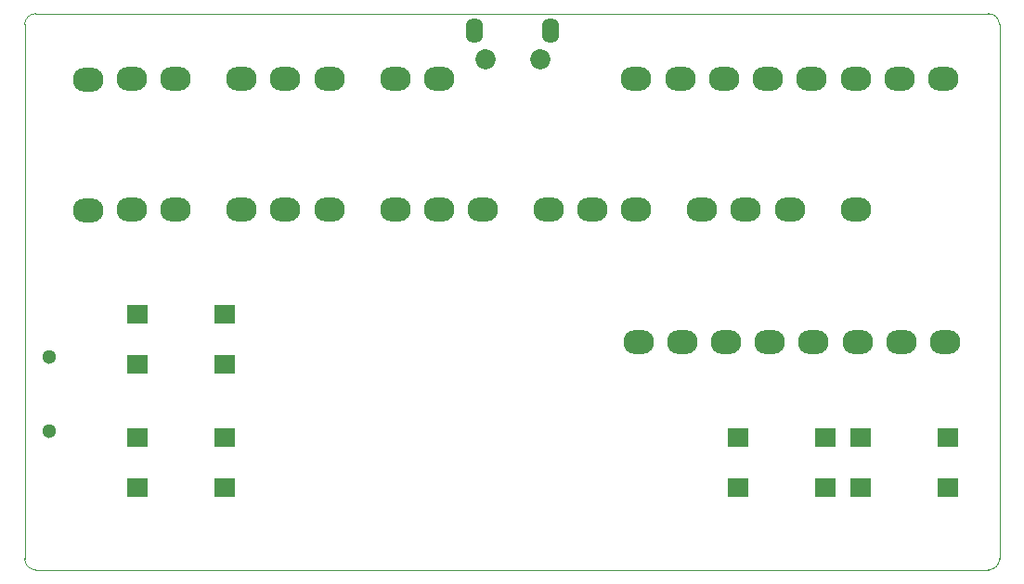
<source format=gbr>
G04 #@! TF.GenerationSoftware,KiCad,Pcbnew,5.1.5-1.fc31*
G04 #@! TF.CreationDate,2019-12-19T17:21:19-06:00*
G04 #@! TF.ProjectId,blinkencard,626c696e-6b65-46e6-9361-72642e6b6963,V2.0*
G04 #@! TF.SameCoordinates,Original*
G04 #@! TF.FileFunction,Soldermask,Bot*
G04 #@! TF.FilePolarity,Negative*
%FSLAX46Y46*%
G04 Gerber Fmt 4.6, Leading zero omitted, Abs format (unit mm)*
G04 Created by KiCad (PCBNEW 5.1.5-1.fc31) date 2019-12-19 17:21:19*
%MOMM*%
%LPD*%
G04 APERTURE LIST*
G04 #@! TA.AperFunction,Profile*
%ADD10C,0.050000*%
G04 #@! TD*
%ADD11C,1.300000*%
%ADD12O,2.800000X2.200000*%
%ADD13O,1.600000X2.300000*%
%ADD14C,1.850000*%
%ADD15R,1.950000X1.700000*%
G04 APERTURE END LIST*
D10*
X23860000Y-73660000D02*
G75*
G02X22860000Y-72660000I0J1000000D01*
G01*
X111760000Y-72660000D02*
G75*
G02X110760000Y-73660000I-1000000J0D01*
G01*
X110760000Y-22860000D02*
G75*
G02X111760000Y-23860000I0J-1000000D01*
G01*
X22860000Y-23860000D02*
G75*
G02X23860000Y-22860000I1000000J0D01*
G01*
X22860000Y-23860000D02*
X22860000Y-72660000D01*
X23860000Y-73660000D02*
X110760000Y-73660000D01*
X111760000Y-23860000D02*
X111760000Y-72660000D01*
X23860000Y-22860000D02*
X110760000Y-22860000D01*
D11*
G04 #@! TO.C,SW5*
X25110000Y-61010000D03*
X25110000Y-54210000D03*
G04 #@! TD*
D12*
G04 #@! TO.C,D57*
X106820000Y-52830000D03*
G04 #@! TD*
G04 #@! TO.C,D56*
X102820000Y-52830000D03*
G04 #@! TD*
G04 #@! TO.C,D55*
X98820000Y-52830000D03*
G04 #@! TD*
G04 #@! TO.C,D54*
X94820000Y-52830000D03*
G04 #@! TD*
G04 #@! TO.C,D53*
X90820000Y-52830000D03*
G04 #@! TD*
G04 #@! TO.C,D52*
X86820000Y-52830000D03*
G04 #@! TD*
G04 #@! TO.C,D51*
X82820000Y-52830000D03*
G04 #@! TD*
G04 #@! TO.C,D50*
X78820000Y-52830000D03*
G04 #@! TD*
G04 #@! TO.C,D47*
X106640000Y-28810000D03*
G04 #@! TD*
G04 #@! TO.C,D46*
X102640000Y-28810000D03*
G04 #@! TD*
G04 #@! TO.C,D45*
X98640000Y-28810000D03*
G04 #@! TD*
G04 #@! TO.C,D44*
X94640000Y-28810000D03*
G04 #@! TD*
G04 #@! TO.C,D43*
X90640000Y-28810000D03*
G04 #@! TD*
G04 #@! TO.C,D42*
X86640000Y-28810000D03*
G04 #@! TD*
G04 #@! TO.C,D41*
X82640000Y-28810000D03*
G04 #@! TD*
G04 #@! TO.C,D40*
X78640000Y-28810000D03*
G04 #@! TD*
G04 #@! TO.C,D37*
X60640000Y-28810000D03*
G04 #@! TD*
G04 #@! TO.C,D36*
X56640000Y-28810000D03*
G04 #@! TD*
G04 #@! TO.C,D35*
X50640000Y-28810000D03*
G04 #@! TD*
G04 #@! TO.C,D34*
X46640000Y-28810000D03*
G04 #@! TD*
G04 #@! TO.C,D33*
X42640000Y-28810000D03*
G04 #@! TD*
G04 #@! TO.C,D32*
X36640000Y-28810000D03*
G04 #@! TD*
G04 #@! TO.C,D31*
X32640000Y-28810000D03*
G04 #@! TD*
G04 #@! TO.C,D30*
X28640000Y-28860000D03*
G04 #@! TD*
G04 #@! TO.C,D27*
X98640000Y-40740000D03*
G04 #@! TD*
G04 #@! TO.C,D26*
X92640000Y-40740000D03*
G04 #@! TD*
G04 #@! TO.C,D25*
X88640000Y-40740000D03*
G04 #@! TD*
G04 #@! TO.C,D24*
X84640000Y-40740000D03*
G04 #@! TD*
G04 #@! TO.C,D23*
X78640000Y-40740000D03*
G04 #@! TD*
G04 #@! TO.C,D22*
X74640000Y-40740000D03*
G04 #@! TD*
G04 #@! TO.C,D21*
X70640000Y-40740000D03*
G04 #@! TD*
G04 #@! TO.C,D20*
X64640000Y-40740000D03*
G04 #@! TD*
G04 #@! TO.C,D17*
X60640000Y-40740000D03*
G04 #@! TD*
G04 #@! TO.C,D16*
X56640000Y-40740000D03*
G04 #@! TD*
G04 #@! TO.C,D15*
X50640000Y-40740000D03*
G04 #@! TD*
G04 #@! TO.C,D14*
X46640000Y-40740000D03*
G04 #@! TD*
G04 #@! TO.C,D13*
X42640000Y-40740000D03*
G04 #@! TD*
G04 #@! TO.C,D12*
X36640000Y-40740000D03*
G04 #@! TD*
G04 #@! TO.C,D11*
X32640000Y-40740000D03*
G04 #@! TD*
G04 #@! TO.C,D10*
X28640000Y-40860000D03*
G04 #@! TD*
D13*
G04 #@! TO.C,J1*
X63860000Y-24372500D03*
X70860000Y-24372500D03*
D14*
X64860000Y-27072500D03*
X69860000Y-27072500D03*
G04 #@! TD*
D15*
G04 #@! TO.C,SW3*
X107090000Y-61610000D03*
X107090000Y-66110000D03*
X99130000Y-66110000D03*
X99130000Y-61610000D03*
G04 #@! TD*
G04 #@! TO.C,SW1*
X33130000Y-61610000D03*
X33130000Y-66110000D03*
X41090000Y-66110000D03*
X41090000Y-61610000D03*
G04 #@! TD*
G04 #@! TO.C,SW2*
X41090000Y-50360000D03*
X41090000Y-54860000D03*
X33130000Y-54860000D03*
X33130000Y-50360000D03*
G04 #@! TD*
G04 #@! TO.C,SW4*
X87880000Y-61610000D03*
X87880000Y-66110000D03*
X95840000Y-66110000D03*
X95840000Y-61610000D03*
G04 #@! TD*
M02*

</source>
